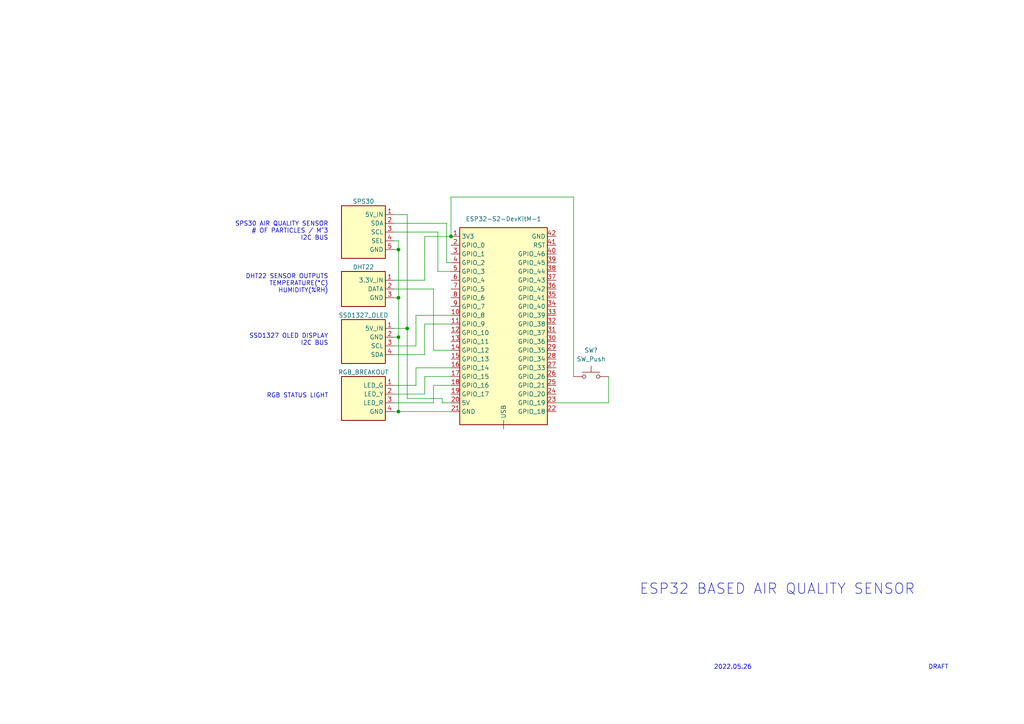
<source format=kicad_sch>
(kicad_sch (version 20211123) (generator eeschema)

  (uuid 8de1d4d2-e9cc-4d37-8903-fe32b094a9a4)

  (paper "A4")

  (lib_symbols
    (symbol "Custom:DHT22" (in_bom yes) (on_board yes)
      (property "Reference" "U" (id 0) (at 5.08 -2.54 0)
        (effects (font (size 1.27 1.27)) hide)
      )
      (property "Value" "DHT22" (id 1) (at 0 0 0)
        (effects (font (size 1.27 1.27)))
      )
      (property "Footprint" "" (id 2) (at 0 0 0)
        (effects (font (size 1.27 1.27)) hide)
      )
      (property "Datasheet" "" (id 3) (at 0 0 0)
        (effects (font (size 1.27 1.27)) hide)
      )
      (symbol "DHT22_0_1"
        (rectangle (start -6.35 -1.27) (end 6.35 -11.43)
          (stroke (width 0.254) (type default) (color 0 0 0 0))
          (fill (type background))
        )
      )
      (symbol "DHT22_1_1"
        (pin input line (at -8.89 -3.81 0) (length 2.54)
          (name "3.3V_IN" (effects (font (size 1.27 1.27))))
          (number "1" (effects (font (size 1.27 1.27))))
        )
        (pin output line (at -8.89 -6.35 0) (length 2.54)
          (name "DATA" (effects (font (size 1.27 1.27))))
          (number "2" (effects (font (size 1.27 1.27))))
        )
        (pin input line (at -8.89 -8.89 0) (length 2.54)
          (name "GND" (effects (font (size 1.27 1.27))))
          (number "3" (effects (font (size 1.27 1.27))))
        )
      )
    )
    (symbol "Custom:ESP32-S2-DevKitM-1" (in_bom yes) (on_board yes)
      (property "Reference" "U4" (id 0) (at -13.97 2.54 0)
        (effects (font (size 1.27 1.27)) hide)
      )
      (property "Value" "ESP32-S2-DevKitM-1" (id 1) (at 0 1.27 0)
        (effects (font (size 1.27 1.27)))
      )
      (property "Footprint" "Custom:ESP32-S2-DevKitM-1" (id 2) (at 0 0 0)
        (effects (font (size 1.27 1.27)) hide)
      )
      (property "Datasheet" "" (id 3) (at 0 0 0)
        (effects (font (size 1.27 1.27)) hide)
      )
      (symbol "ESP32-S2-DevKitM-1_0_1"
        (rectangle (start -12.7 -1.27) (end 12.7 -58.42)
          (stroke (width 0.254) (type default) (color 0 0 0 0))
          (fill (type background))
        )
      )
      (symbol "ESP32-S2-DevKitM-1_1_1"
        (pin power_in line (at 0 -59.69 90) (length 2.54)
          (name "USB" (effects (font (size 1.27 1.27))))
          (number "" (effects (font (size 1.27 1.27))))
        )
        (pin output line (at -15.24 -3.81 0) (length 2.54)
          (name "3V3" (effects (font (size 1.27 1.27))))
          (number "1" (effects (font (size 1.27 1.27))))
        )
        (pin bidirectional line (at -15.24 -26.67 0) (length 2.54)
          (name "GPIO_8" (effects (font (size 1.27 1.27))))
          (number "10" (effects (font (size 1.27 1.27))))
        )
        (pin bidirectional line (at -15.24 -29.21 0) (length 2.54)
          (name "GPIO_9" (effects (font (size 1.27 1.27))))
          (number "11" (effects (font (size 1.27 1.27))))
        )
        (pin bidirectional line (at -15.24 -31.75 0) (length 2.54)
          (name "GPIO_10" (effects (font (size 1.27 1.27))))
          (number "12" (effects (font (size 1.27 1.27))))
        )
        (pin bidirectional line (at -15.24 -34.29 0) (length 2.54)
          (name "GPIO_11" (effects (font (size 1.27 1.27))))
          (number "13" (effects (font (size 1.27 1.27))))
        )
        (pin bidirectional line (at -15.24 -36.83 0) (length 2.54)
          (name "GPIO_12" (effects (font (size 1.27 1.27))))
          (number "14" (effects (font (size 1.27 1.27))))
        )
        (pin bidirectional line (at -15.24 -39.37 0) (length 2.54)
          (name "GPIO_13" (effects (font (size 1.27 1.27))))
          (number "15" (effects (font (size 1.27 1.27))))
        )
        (pin bidirectional line (at -15.24 -41.91 0) (length 2.54)
          (name "GPIO_14" (effects (font (size 1.27 1.27))))
          (number "16" (effects (font (size 1.27 1.27))))
        )
        (pin bidirectional line (at -15.24 -44.45 0) (length 2.54)
          (name "GPIO_15" (effects (font (size 1.27 1.27))))
          (number "17" (effects (font (size 1.27 1.27))))
        )
        (pin bidirectional line (at -15.24 -46.99 0) (length 2.54)
          (name "GPIO_16" (effects (font (size 1.27 1.27))))
          (number "18" (effects (font (size 1.27 1.27))))
        )
        (pin bidirectional line (at -15.24 -49.53 0) (length 2.54)
          (name "GPIO_17" (effects (font (size 1.27 1.27))))
          (number "19" (effects (font (size 1.27 1.27))))
        )
        (pin bidirectional line (at -15.24 -6.35 0) (length 2.54)
          (name "GPIO_0" (effects (font (size 1.27 1.27))))
          (number "2" (effects (font (size 1.27 1.27))))
        )
        (pin output line (at -15.24 -52.07 0) (length 2.54)
          (name "5V" (effects (font (size 1.27 1.27))))
          (number "20" (effects (font (size 1.27 1.27))))
        )
        (pin input line (at -15.24 -54.61 0) (length 2.54)
          (name "GND" (effects (font (size 1.27 1.27))))
          (number "21" (effects (font (size 1.27 1.27))))
        )
        (pin bidirectional line (at 15.24 -54.61 180) (length 2.54)
          (name "GPIO_18" (effects (font (size 1.27 1.27))))
          (number "22" (effects (font (size 1.27 1.27))))
        )
        (pin bidirectional line (at 15.24 -52.07 180) (length 2.54)
          (name "GPIO_19" (effects (font (size 1.27 1.27))))
          (number "23" (effects (font (size 1.27 1.27))))
        )
        (pin bidirectional line (at 15.24 -49.53 180) (length 2.54)
          (name "GPIO_20" (effects (font (size 1.27 1.27))))
          (number "24" (effects (font (size 1.27 1.27))))
        )
        (pin bidirectional line (at 15.24 -46.99 180) (length 2.54)
          (name "GPIO_21" (effects (font (size 1.27 1.27))))
          (number "25" (effects (font (size 1.27 1.27))))
        )
        (pin bidirectional line (at 15.24 -44.45 180) (length 2.54)
          (name "GPIO_26" (effects (font (size 1.27 1.27))))
          (number "26" (effects (font (size 1.27 1.27))))
        )
        (pin bidirectional line (at 15.24 -41.91 180) (length 2.54)
          (name "GPIO_33" (effects (font (size 1.27 1.27))))
          (number "27" (effects (font (size 1.27 1.27))))
        )
        (pin bidirectional line (at 15.24 -39.37 180) (length 2.54)
          (name "GPIO_34" (effects (font (size 1.27 1.27))))
          (number "28" (effects (font (size 1.27 1.27))))
        )
        (pin bidirectional line (at 15.24 -36.83 180) (length 2.54)
          (name "GPIO_35" (effects (font (size 1.27 1.27))))
          (number "29" (effects (font (size 1.27 1.27))))
        )
        (pin bidirectional line (at -15.24 -8.89 0) (length 2.54)
          (name "GPIO_1" (effects (font (size 1.27 1.27))))
          (number "3" (effects (font (size 1.27 1.27))))
        )
        (pin bidirectional line (at 15.24 -34.29 180) (length 2.54)
          (name "GPIO_36" (effects (font (size 1.27 1.27))))
          (number "30" (effects (font (size 1.27 1.27))))
        )
        (pin bidirectional line (at 15.24 -31.75 180) (length 2.54)
          (name "GPIO_37" (effects (font (size 1.27 1.27))))
          (number "31" (effects (font (size 1.27 1.27))))
        )
        (pin bidirectional line (at 15.24 -29.21 180) (length 2.54)
          (name "GPIO_38" (effects (font (size 1.27 1.27))))
          (number "32" (effects (font (size 1.27 1.27))))
        )
        (pin bidirectional line (at 15.24 -26.67 180) (length 2.54)
          (name "GPIO_39" (effects (font (size 1.27 1.27))))
          (number "33" (effects (font (size 1.27 1.27))))
        )
        (pin bidirectional line (at 15.24 -24.13 180) (length 2.54)
          (name "GPIO_40" (effects (font (size 1.27 1.27))))
          (number "34" (effects (font (size 1.27 1.27))))
        )
        (pin bidirectional line (at 15.24 -21.59 180) (length 2.54)
          (name "GPIO_41" (effects (font (size 1.27 1.27))))
          (number "35" (effects (font (size 1.27 1.27))))
        )
        (pin bidirectional line (at 15.24 -19.05 180) (length 2.54)
          (name "GPIO_42" (effects (font (size 1.27 1.27))))
          (number "36" (effects (font (size 1.27 1.27))))
        )
        (pin bidirectional line (at 15.24 -16.51 180) (length 2.54)
          (name "GPIO_43" (effects (font (size 1.27 1.27))))
          (number "37" (effects (font (size 1.27 1.27))))
        )
        (pin bidirectional line (at 15.24 -13.97 180) (length 2.54)
          (name "GPIO_44" (effects (font (size 1.27 1.27))))
          (number "38" (effects (font (size 1.27 1.27))))
        )
        (pin bidirectional line (at 15.24 -11.43 180) (length 2.54)
          (name "GPIO_45" (effects (font (size 1.27 1.27))))
          (number "39" (effects (font (size 1.27 1.27))))
        )
        (pin bidirectional line (at -15.24 -11.43 0) (length 2.54)
          (name "GPIO_2" (effects (font (size 1.27 1.27))))
          (number "4" (effects (font (size 1.27 1.27))))
        )
        (pin input line (at 15.24 -8.89 180) (length 2.54)
          (name "GPIO_46" (effects (font (size 1.27 1.27))))
          (number "40" (effects (font (size 1.27 1.27))))
        )
        (pin input line (at 15.24 -6.35 180) (length 2.54)
          (name "RST" (effects (font (size 1.27 1.27))))
          (number "41" (effects (font (size 1.27 1.27))))
        )
        (pin input line (at 15.24 -3.81 180) (length 2.54)
          (name "GND" (effects (font (size 1.27 1.27))))
          (number "42" (effects (font (size 1.27 1.27))))
        )
        (pin bidirectional line (at -15.24 -13.97 0) (length 2.54)
          (name "GPIO_3" (effects (font (size 1.27 1.27))))
          (number "5" (effects (font (size 1.27 1.27))))
        )
        (pin bidirectional line (at -15.24 -16.51 0) (length 2.54)
          (name "GPIO_4" (effects (font (size 1.27 1.27))))
          (number "6" (effects (font (size 1.27 1.27))))
        )
        (pin bidirectional line (at -15.24 -19.05 0) (length 2.54)
          (name "GPIO_5" (effects (font (size 1.27 1.27))))
          (number "7" (effects (font (size 1.27 1.27))))
        )
        (pin bidirectional line (at -15.24 -21.59 0) (length 2.54)
          (name "GPIO_6" (effects (font (size 1.27 1.27))))
          (number "8" (effects (font (size 1.27 1.27))))
        )
        (pin bidirectional line (at -15.24 -24.13 0) (length 2.54)
          (name "GPIO_7" (effects (font (size 1.27 1.27))))
          (number "9" (effects (font (size 1.27 1.27))))
        )
      )
    )
    (symbol "Custom:SPS30" (in_bom yes) (on_board yes)
      (property "Reference" "U2" (id 0) (at -5.08 -1.27 0)
        (effects (font (size 1.27 1.27)) hide)
      )
      (property "Value" "SPS30" (id 1) (at 0 1.27 0)
        (effects (font (size 1.27 1.27)))
      )
      (property "Footprint" "Connector_JST:JST_XH_B5B-XH-A_1x05_P2.50mm_Vertical" (id 2) (at 0 1.27 0)
        (effects (font (size 1.27 1.27)) hide)
      )
      (property "Datasheet" "" (id 3) (at 0 1.27 0)
        (effects (font (size 1.27 1.27)) hide)
      )
      (symbol "SPS30_0_1"
        (rectangle (start -6.35 0) (end 6.35 -15.24)
          (stroke (width 0.254) (type default) (color 0 0 0 0))
          (fill (type background))
        )
      )
      (symbol "SPS30_1_1"
        (pin input line (at -8.89 -2.54 0) (length 2.54)
          (name "5V_IN" (effects (font (size 1.27 1.27))))
          (number "1" (effects (font (size 1.27 1.27))))
        )
        (pin bidirectional line (at -8.89 -5.08 0) (length 2.54)
          (name "SDA" (effects (font (size 1.27 1.27))))
          (number "2" (effects (font (size 1.27 1.27))))
        )
        (pin bidirectional line (at -8.89 -7.62 0) (length 2.54)
          (name "SCL" (effects (font (size 1.27 1.27))))
          (number "3" (effects (font (size 1.27 1.27))))
        )
        (pin input line (at -8.89 -10.16 0) (length 2.54)
          (name "SEL" (effects (font (size 1.27 1.27))))
          (number "4" (effects (font (size 1.27 1.27))))
        )
        (pin input line (at -8.89 -12.7 0) (length 2.54)
          (name "GND" (effects (font (size 1.27 1.27))))
          (number "5" (effects (font (size 1.27 1.27))))
        )
      )
    )
    (symbol "Custom:SSD1327_OLED" (in_bom yes) (on_board yes)
      (property "Reference" "U" (id 0) (at 2.54 -3.81 0)
        (effects (font (size 1.27 1.27)) hide)
      )
      (property "Value" "SSD1327_OLED" (id 1) (at -5.08 0 0)
        (effects (font (size 1.27 1.27)))
      )
      (property "Footprint" "" (id 2) (at 0 0 0)
        (effects (font (size 1.27 1.27)) hide)
      )
      (property "Datasheet" "" (id 3) (at 0 0 0)
        (effects (font (size 1.27 1.27)) hide)
      )
      (symbol "SSD1327_OLED_0_1"
        (rectangle (start -11.43 -1.27) (end 1.27 -13.97)
          (stroke (width 0.254) (type default) (color 0 0 0 0))
          (fill (type background))
        )
      )
      (symbol "SSD1327_OLED_1_1"
        (pin input line (at -13.97 -3.81 0) (length 2.54)
          (name "5V_IN" (effects (font (size 1.27 1.27))))
          (number "1" (effects (font (size 1.27 1.27))))
        )
        (pin input line (at -13.97 -6.35 0) (length 2.54)
          (name "GND" (effects (font (size 1.27 1.27))))
          (number "2" (effects (font (size 1.27 1.27))))
        )
        (pin bidirectional line (at -13.97 -8.89 0) (length 2.54)
          (name "SCL" (effects (font (size 1.27 1.27))))
          (number "3" (effects (font (size 1.27 1.27))))
        )
        (pin bidirectional line (at -13.97 -11.43 0) (length 2.54)
          (name "SDA" (effects (font (size 1.27 1.27))))
          (number "4" (effects (font (size 1.27 1.27))))
        )
      )
    )
    (symbol "Custom:rgb_breakout" (in_bom yes) (on_board yes)
      (property "Reference" "U" (id 0) (at 5.08 -2.54 0)
        (effects (font (size 1.27 1.27)) hide)
      )
      (property "Value" "rgb_breakout" (id 1) (at 0 0 0)
        (effects (font (size 1.27 1.27)))
      )
      (property "Footprint" "" (id 2) (at 0 0 0)
        (effects (font (size 1.27 1.27)) hide)
      )
      (property "Datasheet" "" (id 3) (at 0 0 0)
        (effects (font (size 1.27 1.27)) hide)
      )
      (symbol "rgb_breakout_0_1"
        (rectangle (start -6.35 -1.27) (end 6.35 -13.97)
          (stroke (width 0.254) (type default) (color 0 0 0 0))
          (fill (type background))
        )
      )
      (symbol "rgb_breakout_1_1"
        (pin output line (at -8.89 -3.81 0) (length 2.54)
          (name "LED_G" (effects (font (size 1.27 1.27))))
          (number "1" (effects (font (size 1.27 1.27))))
        )
        (pin output line (at -8.89 -6.35 0) (length 2.54)
          (name "LED_Y" (effects (font (size 1.27 1.27))))
          (number "2" (effects (font (size 1.27 1.27))))
        )
        (pin output line (at -8.89 -8.89 0) (length 2.54)
          (name "LED_R" (effects (font (size 1.27 1.27))))
          (number "3" (effects (font (size 1.27 1.27))))
        )
        (pin input line (at -8.89 -11.43 0) (length 2.54)
          (name "GND" (effects (font (size 1.27 1.27))))
          (number "4" (effects (font (size 1.27 1.27))))
        )
      )
    )
    (symbol "Switch:SW_Push" (pin_numbers hide) (pin_names (offset 1.016) hide) (in_bom yes) (on_board yes)
      (property "Reference" "SW" (id 0) (at 1.27 2.54 0)
        (effects (font (size 1.27 1.27)) (justify left))
      )
      (property "Value" "SW_Push" (id 1) (at 0 -1.524 0)
        (effects (font (size 1.27 1.27)))
      )
      (property "Footprint" "" (id 2) (at 0 5.08 0)
        (effects (font (size 1.27 1.27)) hide)
      )
      (property "Datasheet" "~" (id 3) (at 0 5.08 0)
        (effects (font (size 1.27 1.27)) hide)
      )
      (property "ki_keywords" "switch normally-open pushbutton push-button" (id 4) (at 0 0 0)
        (effects (font (size 1.27 1.27)) hide)
      )
      (property "ki_description" "Push button switch, generic, two pins" (id 5) (at 0 0 0)
        (effects (font (size 1.27 1.27)) hide)
      )
      (symbol "SW_Push_0_1"
        (circle (center -2.032 0) (radius 0.508)
          (stroke (width 0) (type default) (color 0 0 0 0))
          (fill (type none))
        )
        (polyline
          (pts
            (xy 0 1.27)
            (xy 0 3.048)
          )
          (stroke (width 0) (type default) (color 0 0 0 0))
          (fill (type none))
        )
        (polyline
          (pts
            (xy 2.54 1.27)
            (xy -2.54 1.27)
          )
          (stroke (width 0) (type default) (color 0 0 0 0))
          (fill (type none))
        )
        (circle (center 2.032 0) (radius 0.508)
          (stroke (width 0) (type default) (color 0 0 0 0))
          (fill (type none))
        )
        (pin passive line (at -5.08 0 0) (length 2.54)
          (name "1" (effects (font (size 1.27 1.27))))
          (number "1" (effects (font (size 1.27 1.27))))
        )
        (pin passive line (at 5.08 0 180) (length 2.54)
          (name "2" (effects (font (size 1.27 1.27))))
          (number "2" (effects (font (size 1.27 1.27))))
        )
      )
    )
  )

  (junction (at 118.11 95.25) (diameter 0) (color 0 0 0 0)
    (uuid 00963ded-07e7-4d11-9b13-28332bdac0a8)
  )
  (junction (at 130.81 68.58) (diameter 0) (color 0 0 0 0)
    (uuid 1546e135-0c78-4115-bf02-6bdfb8cbd916)
  )
  (junction (at 115.57 97.79) (diameter 0) (color 0 0 0 0)
    (uuid 2767803f-c18c-4d0d-850a-e72cf8dbbf32)
  )
  (junction (at 115.57 119.38) (diameter 0) (color 0 0 0 0)
    (uuid 6c950dd0-3ff4-4404-8b52-58fbb139bdb9)
  )
  (junction (at 115.57 86.36) (diameter 0) (color 0 0 0 0)
    (uuid 8e254f9d-64a6-4a77-9ab6-91c370669b77)
  )
  (junction (at 115.57 72.39) (diameter 0) (color 0 0 0 0)
    (uuid d39e2583-860c-434a-ab04-8f8b59a33eda)
  )

  (wire (pts (xy 115.57 69.85) (xy 115.57 72.39))
    (stroke (width 0) (type default) (color 0 0 0 0))
    (uuid 07e101a1-dacb-4a21-8460-1e1474e65db3)
  )
  (wire (pts (xy 127 78.74) (xy 130.81 78.74))
    (stroke (width 0) (type default) (color 0 0 0 0))
    (uuid 1cb6455b-0484-4a07-9cb2-3503ac607403)
  )
  (wire (pts (xy 123.19 102.87) (xy 123.19 93.98))
    (stroke (width 0) (type default) (color 0 0 0 0))
    (uuid 1e66f74f-a466-40ce-9ead-e77cdd50aed7)
  )
  (wire (pts (xy 176.53 116.84) (xy 161.29 116.84))
    (stroke (width 0) (type default) (color 0 0 0 0))
    (uuid 1e9c55b7-587d-48f9-be54-88b3049743f0)
  )
  (wire (pts (xy 118.11 115.57) (xy 128.27 115.57))
    (stroke (width 0) (type default) (color 0 0 0 0))
    (uuid 20d93baf-959d-4f4a-9671-6553521d730e)
  )
  (wire (pts (xy 129.54 64.77) (xy 129.54 76.2))
    (stroke (width 0) (type default) (color 0 0 0 0))
    (uuid 29009d82-ee22-44b4-93df-61766da1c489)
  )
  (wire (pts (xy 125.73 101.6) (xy 125.73 83.82))
    (stroke (width 0) (type default) (color 0 0 0 0))
    (uuid 2ecaee19-cfd7-4e38-999b-e223b0909598)
  )
  (wire (pts (xy 125.73 111.76) (xy 130.81 111.76))
    (stroke (width 0) (type default) (color 0 0 0 0))
    (uuid 2fcddfba-8590-4f0d-af6a-561336624fd3)
  )
  (wire (pts (xy 114.3 83.82) (xy 125.73 83.82))
    (stroke (width 0) (type default) (color 0 0 0 0))
    (uuid 32e041d2-0e5c-4b1c-b140-d07ff6c22969)
  )
  (wire (pts (xy 114.3 62.23) (xy 118.11 62.23))
    (stroke (width 0) (type default) (color 0 0 0 0))
    (uuid 35d17d9d-0bb6-4e0d-b703-8dbfd35e3d72)
  )
  (wire (pts (xy 114.3 86.36) (xy 115.57 86.36))
    (stroke (width 0) (type default) (color 0 0 0 0))
    (uuid 38be7bc3-712b-4edf-8c30-aff23e0bceaa)
  )
  (wire (pts (xy 129.54 76.2) (xy 130.81 76.2))
    (stroke (width 0) (type default) (color 0 0 0 0))
    (uuid 398f109a-fba4-474c-84c5-54bf9ce09c16)
  )
  (wire (pts (xy 128.27 115.57) (xy 128.27 116.84))
    (stroke (width 0) (type default) (color 0 0 0 0))
    (uuid 415622a0-87bb-4aab-bffe-7456e90ff05b)
  )
  (wire (pts (xy 123.19 68.58) (xy 123.19 81.28))
    (stroke (width 0) (type default) (color 0 0 0 0))
    (uuid 422496d2-6d61-4502-a853-baa9677339bf)
  )
  (wire (pts (xy 114.3 81.28) (xy 123.19 81.28))
    (stroke (width 0) (type default) (color 0 0 0 0))
    (uuid 437a31cd-2330-4ab4-8894-d0be89aa7fd8)
  )
  (wire (pts (xy 114.3 95.25) (xy 118.11 95.25))
    (stroke (width 0) (type default) (color 0 0 0 0))
    (uuid 485e517c-7112-459b-aa39-71b8b016aece)
  )
  (wire (pts (xy 130.81 101.6) (xy 125.73 101.6))
    (stroke (width 0) (type default) (color 0 0 0 0))
    (uuid 4d656cdf-2ff7-46ea-b8e4-10b6e9311e57)
  )
  (wire (pts (xy 118.11 95.25) (xy 118.11 115.57))
    (stroke (width 0) (type default) (color 0 0 0 0))
    (uuid 5b8bc620-bfb5-431e-bc3c-6c59fe8f6b73)
  )
  (wire (pts (xy 115.57 97.79) (xy 115.57 119.38))
    (stroke (width 0) (type default) (color 0 0 0 0))
    (uuid 5ce92093-9613-42fa-af3a-4619cd0ac870)
  )
  (wire (pts (xy 115.57 72.39) (xy 115.57 86.36))
    (stroke (width 0) (type default) (color 0 0 0 0))
    (uuid 6706295f-efe8-4e97-952a-b81f10ce8805)
  )
  (wire (pts (xy 115.57 119.38) (xy 130.81 119.38))
    (stroke (width 0) (type default) (color 0 0 0 0))
    (uuid 6ddfe4cd-0f14-40cf-b5c6-bb75803de3bc)
  )
  (wire (pts (xy 123.19 109.22) (xy 130.81 109.22))
    (stroke (width 0) (type default) (color 0 0 0 0))
    (uuid 6de7ad84-d7e5-465a-9664-2badfa7645e3)
  )
  (wire (pts (xy 114.3 114.3) (xy 123.19 114.3))
    (stroke (width 0) (type default) (color 0 0 0 0))
    (uuid 6f3e0f08-ebd1-40bb-a72e-42bbcad0eceb)
  )
  (wire (pts (xy 128.27 116.84) (xy 130.81 116.84))
    (stroke (width 0) (type default) (color 0 0 0 0))
    (uuid 725c778a-414f-428c-9e85-269583339139)
  )
  (wire (pts (xy 176.53 109.22) (xy 176.53 116.84))
    (stroke (width 0) (type default) (color 0 0 0 0))
    (uuid 7de3e2a7-16af-49de-b63e-267173d2984e)
  )
  (wire (pts (xy 115.57 86.36) (xy 115.57 97.79))
    (stroke (width 0) (type default) (color 0 0 0 0))
    (uuid 7fa52a42-34c1-45f1-8790-8dddc97b58fa)
  )
  (wire (pts (xy 114.3 67.31) (xy 127 67.31))
    (stroke (width 0) (type default) (color 0 0 0 0))
    (uuid 81f31b30-678a-4579-9664-0f61379410d2)
  )
  (wire (pts (xy 125.73 111.76) (xy 125.73 116.84))
    (stroke (width 0) (type default) (color 0 0 0 0))
    (uuid 89254835-9b5b-4797-9f18-351d651220e7)
  )
  (wire (pts (xy 114.3 97.79) (xy 115.57 97.79))
    (stroke (width 0) (type default) (color 0 0 0 0))
    (uuid 98261bb2-208f-423b-918c-d71bd188f036)
  )
  (wire (pts (xy 120.65 91.44) (xy 130.81 91.44))
    (stroke (width 0) (type default) (color 0 0 0 0))
    (uuid 99c6d98d-daf8-4b27-83cc-e97e88f6128d)
  )
  (wire (pts (xy 123.19 68.58) (xy 130.81 68.58))
    (stroke (width 0) (type default) (color 0 0 0 0))
    (uuid 9c675b98-54ed-4724-967b-847d4632e44e)
  )
  (wire (pts (xy 114.3 72.39) (xy 115.57 72.39))
    (stroke (width 0) (type default) (color 0 0 0 0))
    (uuid a1fb66be-f5ee-46b2-a051-4e74d382f5ee)
  )
  (wire (pts (xy 114.3 100.33) (xy 120.65 100.33))
    (stroke (width 0) (type default) (color 0 0 0 0))
    (uuid a8e3b376-63d6-48ee-84ca-bfd475353d70)
  )
  (wire (pts (xy 118.11 62.23) (xy 118.11 95.25))
    (stroke (width 0) (type default) (color 0 0 0 0))
    (uuid b74c31a2-04cc-4fc9-9239-c419aaefed61)
  )
  (wire (pts (xy 120.65 100.33) (xy 120.65 91.44))
    (stroke (width 0) (type default) (color 0 0 0 0))
    (uuid bb37beb3-6268-4583-9d91-158d577a985b)
  )
  (wire (pts (xy 127 67.31) (xy 127 78.74))
    (stroke (width 0) (type default) (color 0 0 0 0))
    (uuid bbd86768-f292-4174-b3bb-efdcb3bfb164)
  )
  (wire (pts (xy 123.19 114.3) (xy 123.19 109.22))
    (stroke (width 0) (type default) (color 0 0 0 0))
    (uuid c8b99829-4553-4ae6-9c37-98d941d6878f)
  )
  (wire (pts (xy 120.65 106.68) (xy 130.81 106.68))
    (stroke (width 0) (type default) (color 0 0 0 0))
    (uuid cd20611b-7d5a-4ee8-bbf0-56f608ce96b3)
  )
  (wire (pts (xy 166.37 57.15) (xy 166.37 109.22))
    (stroke (width 0) (type default) (color 0 0 0 0))
    (uuid cd9453cf-b15e-415d-87a0-04c3d8733dc2)
  )
  (wire (pts (xy 114.3 102.87) (xy 123.19 102.87))
    (stroke (width 0) (type default) (color 0 0 0 0))
    (uuid cec481e6-d606-42c2-a52d-b4e197b2da6b)
  )
  (wire (pts (xy 114.3 111.76) (xy 120.65 111.76))
    (stroke (width 0) (type default) (color 0 0 0 0))
    (uuid dae5435e-4b41-41dc-a1b9-dfb1f4225b73)
  )
  (wire (pts (xy 114.3 119.38) (xy 115.57 119.38))
    (stroke (width 0) (type default) (color 0 0 0 0))
    (uuid dc4c80f8-9ce3-4784-a81b-bd33f7efee1a)
  )
  (wire (pts (xy 114.3 69.85) (xy 115.57 69.85))
    (stroke (width 0) (type default) (color 0 0 0 0))
    (uuid e311aea3-53a6-4c82-8dac-bcf5d772b75a)
  )
  (wire (pts (xy 130.81 68.58) (xy 130.81 57.15))
    (stroke (width 0) (type default) (color 0 0 0 0))
    (uuid e63ce9b5-c6af-4790-b93d-8cc49c968c29)
  )
  (wire (pts (xy 114.3 116.84) (xy 125.73 116.84))
    (stroke (width 0) (type default) (color 0 0 0 0))
    (uuid e7ef8930-9ea0-47c9-b287-b12b55974edf)
  )
  (wire (pts (xy 114.3 64.77) (xy 129.54 64.77))
    (stroke (width 0) (type default) (color 0 0 0 0))
    (uuid e8d8a748-634a-43f4-9d8d-733e3a733ff2)
  )
  (wire (pts (xy 130.81 57.15) (xy 166.37 57.15))
    (stroke (width 0) (type default) (color 0 0 0 0))
    (uuid ee6c2ed1-b574-4ce7-b0a6-fe0cf7762ab0)
  )
  (wire (pts (xy 123.19 93.98) (xy 130.81 93.98))
    (stroke (width 0) (type default) (color 0 0 0 0))
    (uuid f674d4df-a71b-4028-9c2e-17f2b16606fc)
  )
  (wire (pts (xy 120.65 111.76) (xy 120.65 106.68))
    (stroke (width 0) (type default) (color 0 0 0 0))
    (uuid ff2cc5ad-0a68-4b85-b2c6-61257fdcd446)
  )

  (text "DRAFT" (at 269.24 194.31 0)
    (effects (font (size 1.27 1.27)) (justify left bottom))
    (uuid 0187c7cc-3b7a-42dd-aa37-fd9dca758263)
  )
  (text "ESP32 BASED AIR QUALITY SENSOR" (at 185.42 172.72 0)
    (effects (font (size 3 3)) (justify left bottom))
    (uuid 2119a4b7-85f5-42be-8577-25a963a1ee08)
  )
  (text "SSD1327 OLED DISPLAY\nI2C BUS" (at 95.25 100.33 180)
    (effects (font (size 1.27 1.27)) (justify right bottom))
    (uuid 3f762ca7-98b7-44ae-a37d-7e88ca13c280)
  )
  (text "SPS30 AIR QUALITY SENSOR\n# OF PARTICLES / M^3\nI2C BUS\n"
    (at 95.25 69.85 0)
    (effects (font (size 1.27 1.27)) (justify right bottom))
    (uuid 878de944-2b75-4562-aeeb-8afe064fe60d)
  )
  (text "DHT22 SENSOR OUTPUTS\nTEMPERATURE(°C)\nHUMIDITY(%RH)"
    (at 95.25 85.09 0)
    (effects (font (size 1.27 1.27)) (justify right bottom))
    (uuid 9162b213-3aa5-4529-b4c7-5d9ed14f1e15)
  )
  (text "RGB STATUS LIGHT" (at 95.25 115.57 180)
    (effects (font (size 1.27 1.27)) (justify right bottom))
    (uuid 9517841c-1a28-44ba-9b0d-c7ad612446d4)
  )
  (text "2022.05.26" (at 207.01 194.31 0)
    (effects (font (size 1.27 1.27)) (justify left bottom))
    (uuid d39f3a78-9361-4ac4-b7f0-2317d6c962eb)
  )

  (symbol (lib_id "Custom:DHT22") (at 105.41 77.47 0) (mirror y) (unit 1)
    (in_bom yes) (on_board yes)
    (uuid 222c527f-ab9e-44de-8c37-f70f90387d2b)
    (property "Reference" "U3" (id 0) (at 100.33 80.01 0)
      (effects (font (size 1.27 1.27)) hide)
    )
    (property "Value" "DHT22" (id 1) (at 105.41 77.47 0))
    (property "Footprint" "Connector_JST:JST_XH_B3B-XH-A_1x03_P2.50mm_Vertical" (id 2) (at 105.41 77.47 0)
      (effects (font (size 1.27 1.27)) hide)
    )
    (property "Datasheet" "" (id 3) (at 105.41 77.47 0)
      (effects (font (size 1.27 1.27)) hide)
    )
    (pin "1" (uuid b50e2dd8-f50b-4316-8be7-8ad35696994e))
    (pin "2" (uuid 987dd3d6-f4d1-4057-a70f-83e42e589478))
    (pin "3" (uuid eac0fa55-dca0-49f8-8128-ed77630225c0))
  )

  (symbol (lib_id "Switch:SW_Push") (at 171.45 109.22 0) (unit 1)
    (in_bom yes) (on_board yes)
    (uuid 746b9cea-0d7d-4ee0-8460-a614d2aca365)
    (property "Reference" "SW?" (id 0) (at 171.45 101.6 0))
    (property "Value" "SW_Push" (id 1) (at 171.45 104.14 0))
    (property "Footprint" "" (id 2) (at 171.45 104.14 0)
      (effects (font (size 1.27 1.27)) hide)
    )
    (property "Datasheet" "~" (id 3) (at 171.45 104.14 0)
      (effects (font (size 1.27 1.27)) hide)
    )
    (pin "1" (uuid 7993177a-c026-420e-94ed-8d0887e22d7f))
    (pin "2" (uuid 9e46ea55-adad-4026-931e-f9fcb899e2a0))
  )

  (symbol (lib_id "Custom:SSD1327_OLED") (at 100.33 91.44 0) (mirror y) (unit 1)
    (in_bom yes) (on_board yes)
    (uuid 7d274ad1-4d79-4d5f-b4e4-21c9bd0e8473)
    (property "Reference" "U1" (id 0) (at 97.79 95.25 0)
      (effects (font (size 1.27 1.27)) hide)
    )
    (property "Value" "SSD1327_OLED" (id 1) (at 105.41 91.44 0))
    (property "Footprint" "Connector_JST:JST_XH_B4B-XH-A_1x04_P2.50mm_Vertical" (id 2) (at 100.33 91.44 0)
      (effects (font (size 1.27 1.27)) hide)
    )
    (property "Datasheet" "" (id 3) (at 100.33 91.44 0)
      (effects (font (size 1.27 1.27)) hide)
    )
    (pin "1" (uuid 950bec61-9a1a-4e22-96cd-a389bfc7bf6b))
    (pin "2" (uuid 5f733bbe-f0f1-4d39-8b35-3cc66078ac20))
    (pin "3" (uuid 283706ae-90f3-4159-9c84-cbe7607531da))
    (pin "4" (uuid ce0aa9ce-b45f-47bc-aeb8-5559ad998f73))
  )

  (symbol (lib_id "Custom:ESP32-S2-DevKitM-1") (at 146.05 64.77 0) (unit 1)
    (in_bom yes) (on_board yes) (fields_autoplaced)
    (uuid b26385cb-f1de-4874-8825-13d6bc5c0bb7)
    (property "Reference" "U4" (id 0) (at 132.08 62.23 0)
      (effects (font (size 1.27 1.27)) hide)
    )
    (property "Value" "ESP32-S2-DevKitM-1" (id 1) (at 146.05 63.5 0))
    (property "Footprint" "Custom:ESP32-S2-DevKitM-1" (id 2) (at 146.05 64.77 0)
      (effects (font (size 1.27 1.27)) hide)
    )
    (property "Datasheet" "" (id 3) (at 146.05 64.77 0)
      (effects (font (size 1.27 1.27)) hide)
    )
    (pin "" (uuid c5ba9e6e-0b4e-4c31-a954-f6719edf16e2))
    (pin "1" (uuid 8524c930-1903-4683-bc7a-81453957f7f2))
    (pin "10" (uuid 17522c95-a5af-4d4c-9602-94b30e3e18a1))
    (pin "11" (uuid 99a3d132-f77a-4c62-af54-0bf3bcaae140))
    (pin "12" (uuid 06c931b4-6e8a-47ed-b934-d1c145a76a53))
    (pin "13" (uuid c0eeb9f7-d000-4132-9351-838728eb0d02))
    (pin "14" (uuid 9c7f6c2e-e4f1-441c-978a-1b1a3e9b8941))
    (pin "15" (uuid a35aa849-a552-4f8a-a9a9-19ac7a712a4b))
    (pin "16" (uuid 02ccd784-1bf8-4cc2-93d6-1766ae1b2967))
    (pin "17" (uuid 73543931-a099-41a5-b0b0-2e214c0f8fd0))
    (pin "18" (uuid 65be0764-c55e-4f03-98d0-2d02ffdf0de7))
    (pin "19" (uuid 985c8761-2b02-4206-bcb6-93aa6ce3ae4b))
    (pin "2" (uuid 7b7c271d-8cc8-49af-83cd-d428346663d8))
    (pin "20" (uuid ec62ba93-52e3-4803-a9f1-ba06f7076062))
    (pin "21" (uuid 2d41fc86-30c2-4e51-bada-8f7159dd8efc))
    (pin "22" (uuid 24866ff5-8457-4879-ae49-56a2972d1e7a))
    (pin "23" (uuid 640be492-7788-4b2e-934f-1bef033520c9))
    (pin "24" (uuid dcc8eb00-1e62-4ab3-8f6f-ab5c6b11f5b5))
    (pin "25" (uuid b2698cdc-98e6-4b0e-9fb3-ef91068bb5af))
    (pin "26" (uuid 51b6fac6-8946-4a7c-a40e-c9f251fb8ae3))
    (pin "27" (uuid 6b670c8a-34bc-4b7a-a47e-8c1679f3dcf3))
    (pin "28" (uuid f1f1173b-8547-43d1-a74a-5f5b9da735f1))
    (pin "29" (uuid 2faea535-9f6d-4d62-b2e1-f40d247451fe))
    (pin "3" (uuid ab04fc02-103a-446e-a8bc-4b074629d2f0))
    (pin "30" (uuid 47f35f95-6960-4d4a-b188-66b7f1f00b8b))
    (pin "31" (uuid d86e6c59-fa73-4e85-bab6-8038c2e1e65c))
    (pin "32" (uuid b2940fe4-b429-431e-9b9c-ddd749028ed1))
    (pin "33" (uuid 9337142b-bd7c-4071-987d-5dd51ed65a24))
    (pin "34" (uuid 17b4e12f-5862-44f9-a9e1-4a5658a1f4a2))
    (pin "35" (uuid 5bb488a8-8cef-426b-980d-270d2b1a5c5d))
    (pin "36" (uuid d88bee98-d8a1-4e65-a2f3-07fedf7d3e77))
    (pin "37" (uuid 5ccbd0a2-f974-4729-885c-da617fcdbc27))
    (pin "38" (uuid b4bbd8d1-2837-4dbe-8e17-eae57319204c))
    (pin "39" (uuid 3304f2c4-b9e4-4feb-9186-6d93c5c7cd16))
    (pin "4" (uuid dff4734a-577e-4e0c-b638-030fec8534be))
    (pin "40" (uuid 3f5fe08e-a273-4d7a-9dc8-48400cc2fa97))
    (pin "41" (uuid f1516860-9f0a-4bad-b46f-31d8b68e1fce))
    (pin "42" (uuid c1f67eb8-f835-483e-b10c-73b9e544b162))
    (pin "5" (uuid 60121420-d7d0-41bc-a5db-4a5b7c9e92ba))
    (pin "6" (uuid 26c52dcd-0853-4ab1-a167-d345fb714b36))
    (pin "7" (uuid b38491e3-a94a-44da-b364-b63fd1d7c6e1))
    (pin "8" (uuid ec5a0cf7-a19e-4b29-aafe-2fd53d554b2b))
    (pin "9" (uuid f00b86cb-0cd6-45fe-acd1-6048f8542c58))
  )

  (symbol (lib_id "Custom:SPS30") (at 105.41 59.69 0) (mirror y) (unit 1)
    (in_bom yes) (on_board yes)
    (uuid bb7e1894-89fb-4d04-a401-3d64a911cd7a)
    (property "Reference" "U2" (id 0) (at 110.49 60.96 0)
      (effects (font (size 1.27 1.27)) hide)
    )
    (property "Value" "SPS30" (id 1) (at 105.41 58.42 0))
    (property "Footprint" "Connector_JST:JST_XH_B5B-XH-A_1x05_P2.50mm_Vertical" (id 2) (at 105.41 58.42 0)
      (effects (font (size 1.27 1.27)) hide)
    )
    (property "Datasheet" "" (id 3) (at 105.41 58.42 0)
      (effects (font (size 1.27 1.27)) hide)
    )
    (pin "1" (uuid 8153db9d-edc4-47dd-b3ec-1f080512022e))
    (pin "2" (uuid 765cdbfc-0a98-4c1f-9f5c-4bbc3a1325ea))
    (pin "3" (uuid 40870238-09cb-48fb-bebb-3762e80c9b68))
    (pin "4" (uuid 7bfa4cb4-8d0b-45c4-acda-9f2fdaaa26e8))
    (pin "5" (uuid 76890ad1-68e3-4247-9e43-a4ec80070277))
  )

  (symbol (lib_id "Custom:rgb_breakout") (at 105.41 107.95 0) (mirror y) (unit 1)
    (in_bom yes) (on_board yes)
    (uuid bd2ab190-dc99-42ae-8fe6-b8307b75349d)
    (property "Reference" "U5" (id 0) (at 100.33 110.49 0)
      (effects (font (size 1.27 1.27)) hide)
    )
    (property "Value" "RGB_BREAKOUT" (id 1) (at 105.41 107.95 0))
    (property "Footprint" "Connector_JST:JST_XH_B4B-XH-A_1x04_P2.50mm_Vertical" (id 2) (at 105.41 107.95 0)
      (effects (font (size 1.27 1.27)) hide)
    )
    (property "Datasheet" "" (id 3) (at 105.41 107.95 0)
      (effects (font (size 1.27 1.27)) hide)
    )
    (pin "1" (uuid a220e20e-80f6-4427-9298-0638e1acd3c1))
    (pin "2" (uuid deff709d-3732-402c-afc4-11c54547b41d))
    (pin "3" (uuid 6df602b7-83d9-478d-987a-7c6ce01ca49e))
    (pin "4" (uuid 0186e844-472e-4805-9a6b-6e08fda0213d))
  )

  (sheet_instances
    (path "/" (page "1"))
  )

  (symbol_instances
    (path "/746b9cea-0d7d-4ee0-8460-a614d2aca365"
      (reference "SW?") (unit 1) (value "SW_Push") (footprint "")
    )
    (path "/7d274ad1-4d79-4d5f-b4e4-21c9bd0e8473"
      (reference "U1") (unit 1) (value "SSD1327_OLED") (footprint "Connector_JST:JST_XH_B4B-XH-A_1x04_P2.50mm_Vertical")
    )
    (path "/bb7e1894-89fb-4d04-a401-3d64a911cd7a"
      (reference "U2") (unit 1) (value "SPS30") (footprint "Connector_JST:JST_XH_B5B-XH-A_1x05_P2.50mm_Vertical")
    )
    (path "/222c527f-ab9e-44de-8c37-f70f90387d2b"
      (reference "U3") (unit 1) (value "DHT22") (footprint "Connector_JST:JST_XH_B3B-XH-A_1x03_P2.50mm_Vertical")
    )
    (path "/b26385cb-f1de-4874-8825-13d6bc5c0bb7"
      (reference "U4") (unit 1) (value "ESP32-S2-DevKitM-1") (footprint "Custom:ESP32-S2-DevKitM-1")
    )
    (path "/bd2ab190-dc99-42ae-8fe6-b8307b75349d"
      (reference "U5") (unit 1) (value "RGB_BREAKOUT") (footprint "Connector_JST:JST_XH_B4B-XH-A_1x04_P2.50mm_Vertical")
    )
  )
)

</source>
